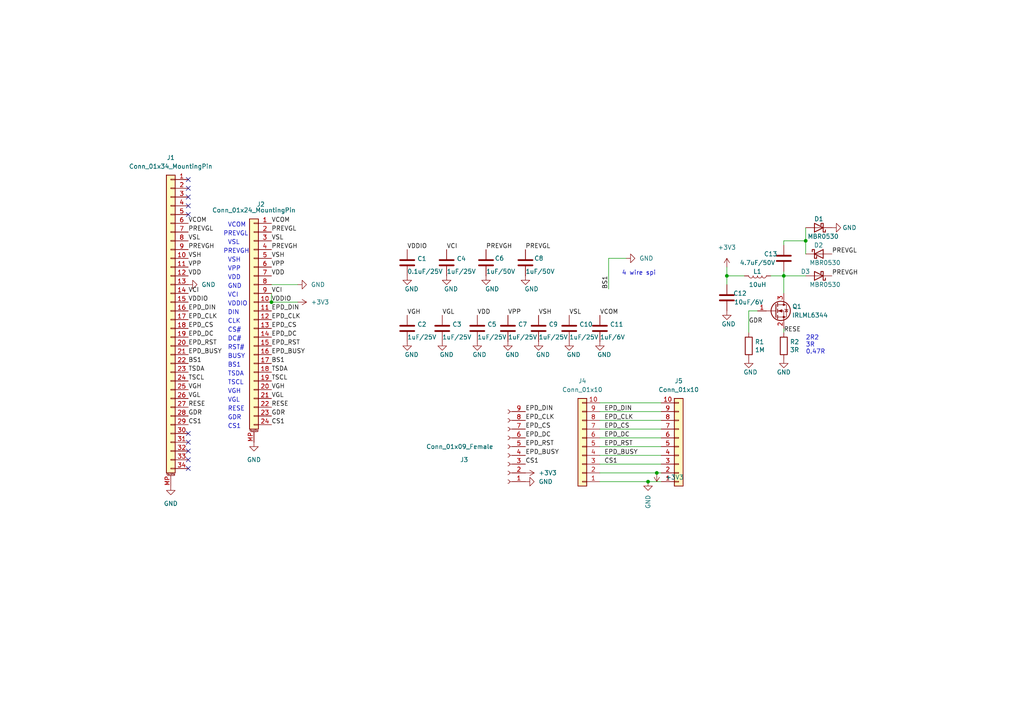
<source format=kicad_sch>
(kicad_sch (version 20211123) (generator eeschema)
  (paper "A4")
  (lib_symbols
    (symbol "Connector:Conn_01x09_Female" (pin_names (offset 1.016) hide)
      (property "Reference" "J" (at 0 12.7 0))
      (property "Value" "Conn_01x09_Female" (at 0 -12.7 0))
      (symbol "Conn_01x09_Female_1_1"
        (arc (start 0 -9.652) (mid -0.508 -10.16) (end 0 -10.668) (stroke (width 0.1524)))
        (arc (start 0 -7.112) (mid -0.508 -7.62) (end 0 -8.128) (stroke (width 0.1524)))
        (arc (start 0 -4.572) (mid -0.508 -5.08) (end 0 -5.588) (stroke (width 0.1524)))
        (arc (start 0 -2.032) (mid -0.508 -2.54) (end 0 -3.048) (stroke (width 0.1524)))
        (polyline (pts (xy -1.27 -10.16) (xy -0.508 -10.16)) (stroke (width 0.1524)))
        (polyline (pts (xy -1.27 -7.62) (xy -0.508 -7.62)) (stroke (width 0.1524)))
        (polyline (pts (xy -1.27 -5.08) (xy -0.508 -5.08)) (stroke (width 0.1524)))
        (polyline (pts (xy -1.27 -2.54) (xy -0.508 -2.54)) (stroke (width 0.1524)))
        (polyline (pts (xy -1.27 0) (xy -0.508 0)) (stroke (width 0.1524)))
        (polyline (pts (xy -1.27 2.54) (xy -0.508 2.54)) (stroke (width 0.1524)))
        (polyline (pts (xy -1.27 5.08) (xy -0.508 5.08)) (stroke (width 0.1524)))
        (polyline (pts (xy -1.27 7.62) (xy -0.508 7.62)) (stroke (width 0.1524)))
        (polyline (pts (xy -1.27 10.16) (xy -0.508 10.16)) (stroke (width 0.1524)))
        (arc (start 0 0.508) (mid -0.508 0) (end 0 -0.508) (stroke (width 0.1524)))
        (arc (start 0 3.048) (mid -0.508 2.54) (end 0 2.032) (stroke (width 0.1524)))
        (arc (start 0 5.588) (mid -0.508 5.08) (end 0 4.572) (stroke (width 0.1524)))
        (arc (start 0 8.128) (mid -0.508 7.62) (end 0 7.112) (stroke (width 0.1524)))
        (arc (start 0 10.668) (mid -0.508 10.16) (end 0 9.652) (stroke (width 0.1524)))
        (pin passive line (at -5.08 10.16 0) (length 3.81) (name "Pin_1") (number "1"))
        (pin passive line (at -5.08 7.62 0) (length 3.81) (name "Pin_2") (number "2"))
        (pin passive line (at -5.08 5.08 0) (length 3.81) (name "Pin_3") (number "3"))
        (pin passive line (at -5.08 2.54 0) (length 3.81) (name "Pin_4") (number "4"))
        (pin passive line (at -5.08 0 0) (length 3.81) (name "Pin_5") (number "5"))
        (pin passive line (at -5.08 -2.54 0) (length 3.81) (name "Pin_6") (number "6"))
        (pin passive line (at -5.08 -5.08 0) (length 3.81) (name "Pin_7") (number "7"))
        (pin passive line (at -5.08 -7.62 0) (length 3.81) (name "Pin_8") (number "8"))
        (pin passive line (at -5.08 -10.16 0) (length 3.81) (name "Pin_9") (number "9"))
      )
    )
    (symbol "Connector_Generic:Conn_01x10" (pin_names (offset 1.016) hide)
      (property "Reference" "J" (at 0 12.7 0))
      (property "Value" "Conn_01x10" (at 0 -15.24 0))
      (symbol "Conn_01x10_1_1"
        (rectangle (start -1.27 -12.573) (end 0 -12.827) (stroke (width 0.1524)))
        (rectangle (start -1.27 -10.033) (end 0 -10.287) (stroke (width 0.1524)))
        (rectangle (start -1.27 -7.493) (end 0 -7.747) (stroke (width 0.1524)))
        (rectangle (start -1.27 -4.953) (end 0 -5.207) (stroke (width 0.1524)))
        (rectangle (start -1.27 -2.413) (end 0 -2.667) (stroke (width 0.1524)))
        (rectangle (start -1.27 0.127) (end 0 -0.127) (stroke (width 0.1524)))
        (rectangle (start -1.27 2.667) (end 0 2.413) (stroke (width 0.1524)))
        (rectangle (start -1.27 5.207) (end 0 4.953) (stroke (width 0.1524)))
        (rectangle (start -1.27 7.747) (end 0 7.493) (stroke (width 0.1524)))
        (rectangle (start -1.27 10.287) (end 0 10.033) (stroke (width 0.1524)))
        (rectangle (start -1.27 11.43) (end 1.27 -13.97) (stroke (width 0.254)) (fill (type background)))
        (pin passive line (at -5.08 10.16 0) (length 3.81) (name "Pin_1") (number "1"))
        (pin passive line (at -5.08 -12.7 0) (length 3.81) (name "Pin_10") (number "10"))
        (pin passive line (at -5.08 7.62 0) (length 3.81) (name "Pin_2") (number "2"))
        (pin passive line (at -5.08 5.08 0) (length 3.81) (name "Pin_3") (number "3"))
        (pin passive line (at -5.08 2.54 0) (length 3.81) (name "Pin_4") (number "4"))
        (pin passive line (at -5.08 0 0) (length 3.81) (name "Pin_5") (number "5"))
        (pin passive line (at -5.08 -2.54 0) (length 3.81) (name "Pin_6") (number "6"))
        (pin passive line (at -5.08 -5.08 0) (length 3.81) (name "Pin_7") (number "7"))
        (pin passive line (at -5.08 -7.62 0) (length 3.81) (name "Pin_8") (number "8"))
        (pin passive line (at -5.08 -10.16 0) (length 3.81) (name "Pin_9") (number "9"))
      )
    )
    (symbol "Connector_Generic_MountingPin:Conn_01x24_MountingPin" (pin_names (offset 1.016) hide)
      (property "Reference" "J" (at 0 30.48 0))
      (property "Value" "Conn_01x24_MountingPin" (at 1.27 -33.02 0))
      (symbol "Conn_01x24_MountingPin_1_1"
        (rectangle (start -1.27 -30.353) (end 0 -30.607) (stroke (width 0.1524)))
        (rectangle (start -1.27 -27.813) (end 0 -28.067) (stroke (width 0.1524)))
        (rectangle (start -1.27 -25.273) (end 0 -25.527) (stroke (width 0.1524)))
        (rectangle (start -1.27 -22.733) (end 0 -22.987) (stroke (width 0.1524)))
        (rectangle (start -1.27 -20.193) (end 0 -20.447) (stroke (width 0.1524)))
        (rectangle (start -1.27 -17.653) (end 0 -17.907) (stroke (width 0.1524)))
        (rectangle (start -1.27 -15.113) (end 0 -15.367) (stroke (width 0.1524)))
        (rectangle (start -1.27 -12.573) (end 0 -12.827) (stroke (width 0.1524)))
        (rectangle (start -1.27 -10.033) (end 0 -10.287) (stroke (width 0.1524)))
        (rectangle (start -1.27 -7.493) (end 0 -7.747) (stroke (width 0.1524)))
        (rectangle (start -1.27 -4.953) (end 0 -5.207) (stroke (width 0.1524)))
        (rectangle (start -1.27 -2.413) (end 0 -2.667) (stroke (width 0.1524)))
        (rectangle (start -1.27 0.127) (end 0 -0.127) (stroke (width 0.1524)))
        (rectangle (start -1.27 2.667) (end 0 2.413) (stroke (width 0.1524)))
        (rectangle (start -1.27 5.207) (end 0 4.953) (stroke (width 0.1524)))
        (rectangle (start -1.27 7.747) (end 0 7.493) (stroke (width 0.1524)))
        (rectangle (start -1.27 10.287) (end 0 10.033) (stroke (width 0.1524)))
        (rectangle (start -1.27 12.827) (end 0 12.573) (stroke (width 0.1524)))
        (rectangle (start -1.27 15.367) (end 0 15.113) (stroke (width 0.1524)))
        (rectangle (start -1.27 17.907) (end 0 17.653) (stroke (width 0.1524)))
        (rectangle (start -1.27 20.447) (end 0 20.193) (stroke (width 0.1524)))
        (rectangle (start -1.27 22.987) (end 0 22.733) (stroke (width 0.1524)))
        (rectangle (start -1.27 25.527) (end 0 25.273) (stroke (width 0.1524)))
        (rectangle (start -1.27 28.067) (end 0 27.813) (stroke (width 0.1524)))
        (rectangle (start -1.27 29.21) (end 1.27 -31.75) (stroke (width 0.254)) (fill (type background)))
        (polyline (pts (xy -1.016 -32.512) (xy 1.016 -32.512)) (stroke (width 0.1524)))
        (text "Mounting" (at 0 -32.131 0) (effects (font (size 0.381 0.381))))
        (pin passive line (at -5.08 27.94 0) (length 3.81) (name "Pin_1") (number "1"))
        (pin passive line (at -5.08 5.08 0) (length 3.81) (name "Pin_10") (number "10"))
        (pin passive line (at -5.08 2.54 0) (length 3.81) (name "Pin_11") (number "11"))
        (pin passive line (at -5.08 0 0) (length 3.81) (name "Pin_12") (number "12"))
        (pin passive line (at -5.08 -2.54 0) (length 3.81) (name "Pin_13") (number "13"))
        (pin passive line (at -5.08 -5.08 0) (length 3.81) (name "Pin_14") (number "14"))
        (pin passive line (at -5.08 -7.62 0) (length 3.81) (name "Pin_15") (number "15"))
        (pin passive line (at -5.08 -10.16 0) (length 3.81) (name "Pin_16") (number "16"))
        (pin passive line (at -5.08 -12.7 0) (length 3.81) (name "Pin_17") (number "17"))
        (pin passive line (at -5.08 -15.24 0) (length 3.81) (name "Pin_18") (number "18"))
        (pin passive line (at -5.08 -17.78 0) (length 3.81) (name "Pin_19") (number "19"))
        (pin passive line (at -5.08 25.4 0) (length 3.81) (name "Pin_2") (number "2"))
        (pin passive line (at -5.08 -20.32 0) (length 3.81) (name "Pin_20") (number "20"))
        (pin passive line (at -5.08 -22.86 0) (length 3.81) (name "Pin_21") (number "21"))
        (pin passive line (at -5.08 -25.4 0) (length 3.81) (name "Pin_22") (number "22"))
        (pin passive line (at -5.08 -27.94 0) (length 3.81) (name "Pin_23") (number "23"))
        (pin passive line (at -5.08 -30.48 0) (length 3.81) (name "Pin_24") (number "24"))
        (pin passive line (at -5.08 22.86 0) (length 3.81) (name "Pin_3") (number "3"))
        (pin passive line (at -5.08 20.32 0) (length 3.81) (name "Pin_4") (number "4"))
        (pin passive line (at -5.08 17.78 0) (length 3.81) (name "Pin_5") (number "5"))
        (pin passive line (at -5.08 15.24 0) (length 3.81) (name "Pin_6") (number "6"))
        (pin passive line (at -5.08 12.7 0) (length 3.81) (name "Pin_7") (number "7"))
        (pin passive line (at -5.08 10.16 0) (length 3.81) (name "Pin_8") (number "8"))
        (pin passive line (at -5.08 7.62 0) (length 3.81) (name "Pin_9") (number "9"))
        (pin passive line (at 0 -35.56 90) (length 3.048) (name "MountPin") (number "MP"))
      )
    )
    (symbol "Connector_Generic_MountingPin:Conn_01x34_MountingPin" (pin_names (offset 1.016) hide)
      (property "Reference" "J" (at 0 43.18 0))
      (property "Value" "Conn_01x34_MountingPin" (at 1.27 -45.72 0))
      (symbol "Conn_01x34_MountingPin_1_1"
        (rectangle (start -1.27 -43.053) (end 0 -43.307) (stroke (width 0.1524)))
        (rectangle (start -1.27 -40.513) (end 0 -40.767) (stroke (width 0.1524)))
        (rectangle (start -1.27 -37.973) (end 0 -38.227) (stroke (width 0.1524)))
        (rectangle (start -1.27 -35.433) (end 0 -35.687) (stroke (width 0.1524)))
        (rectangle (start -1.27 -32.893) (end 0 -33.147) (stroke (width 0.1524)))
        (rectangle (start -1.27 -30.353) (end 0 -30.607) (stroke (width 0.1524)))
        (rectangle (start -1.27 -27.813) (end 0 -28.067) (stroke (width 0.1524)))
        (rectangle (start -1.27 -25.273) (end 0 -25.527) (stroke (width 0.1524)))
        (rectangle (start -1.27 -22.733) (end 0 -22.987) (stroke (width 0.1524)))
        (rectangle (start -1.27 -20.193) (end 0 -20.447) (stroke (width 0.1524)))
        (rectangle (start -1.27 -17.653) (end 0 -17.907) (stroke (width 0.1524)))
        (rectangle (start -1.27 -15.113) (end 0 -15.367) (stroke (width 0.1524)))
        (rectangle (start -1.27 -12.573) (end 0 -12.827) (stroke (width 0.1524)))
        (rectangle (start -1.27 -10.033) (end 0 -10.287) (stroke (width 0.1524)))
        (rectangle (start -1.27 -7.493) (end 0 -7.747) (stroke (width 0.1524)))
        (rectangle (start -1.27 -4.953) (end 0 -5.207) (stroke (width 0.1524)))
        (rectangle (start -1.27 -2.413) (end 0 -2.667) (stroke (width 0.1524)))
        (rectangle (start -1.27 0.127) (end 0 -0.127) (stroke (width 0.1524)))
        (rectangle (start -1.27 2.667) (end 0 2.413) (stroke (width 0.1524)))
        (rectangle (start -1.27 5.207) (end 0 4.953) (stroke (width 0.1524)))
        (rectangle (start -1.27 7.747) (end 0 7.493) (stroke (width 0.1524)))
        (rectangle (start -1.27 10.287) (end 0 10.033) (stroke (width 0.1524)))
        (rectangle (start -1.27 12.827) (end 0 12.573) (stroke (width 0.1524)))
        (rectangle (start -1.27 15.367) (end 0 15.113) (stroke (width 0.1524)))
        (rectangle (start -1.27 17.907) (end 0 17.653) (stroke (width 0.1524)))
        (rectangle (start -1.27 20.447) (end 0 20.193) (stroke (width 0.1524)))
        (rectangle (start -1.27 22.987) (end 0 22.733) (stroke (width 0.1524)))
        (rectangle (start -1.27 25.527) (end 0 25.273) (stroke (width 0.1524)))
        (rectangle (start -1.27 28.067) (end 0 27.813) (stroke (width 0.1524)))
        (rectangle (start -1.27 30.607) (end 0 30.353) (stroke (width 0.1524)))
        (rectangle (start -1.27 33.147) (end 0 32.893) (stroke (width 0.1524)))
        (rectangle (start -1.27 35.687) (end 0 35.433) (stroke (width 0.1524)))
        (rectangle (start -1.27 38.227) (end 0 37.973) (stroke (width 0.1524)))
        (rectangle (start -1.27 40.767) (end 0 40.513) (stroke (width 0.1524)))
        (rectangle (start -1.27 41.91) (end 1.27 -44.45) (stroke (width 0.254)) (fill (type background)))
        (polyline (pts (xy -1.016 -45.212) (xy 1.016 -45.212)) (stroke (width 0.1524)))
        (text "Mounting" (at 0 -44.831 0) (effects (font (size 0.381 0.381))))
        (pin passive line (at -5.08 40.64 0) (length 3.81) (name "Pin_1") (number "1"))
        (pin passive line (at -5.08 17.78 0) (length 3.81) (name "Pin_10") (number "10"))
        (pin passive line (at -5.08 15.24 0) (length 3.81) (name "Pin_11") (number "11"))
        (pin passive line (at -5.08 12.7 0) (length 3.81) (name "Pin_12") (number "12"))
        (pin passive line (at -5.08 10.16 0) (length 3.81) (name "Pin_13") (number "13"))
        (pin passive line (at -5.08 7.62 0) (length 3.81) (name "Pin_14") (number "14"))
        (pin passive line (at -5.08 5.08 0) (length 3.81) (name "Pin_15") (number "15"))
        (pin passive line (at -5.08 2.54 0) (length 3.81) (name "Pin_16") (number "16"))
        (pin passive line (at -5.08 0 0) (length 3.81) (name "Pin_17") (number "17"))
        (pin passive line (at -5.08 -2.54 0) (length 3.81) (name "Pin_18") (number "18"))
        (pin passive line (at -5.08 -5.08 0) (length 3.81) (name "Pin_19") (number "19"))
        (pin passive line (at -5.08 38.1 0) (length 3.81) (name "Pin_2") (number "2"))
        (pin passive line (at -5.08 -7.62 0) (length 3.81) (name "Pin_20") (number "20"))
        (pin passive line (at -5.08 -10.16 0) (length 3.81) (name "Pin_21") (number "21"))
        (pin passive line (at -5.08 -12.7 0) (length 3.81) (name "Pin_22") (number "22"))
        (pin passive line (at -5.08 -15.24 0) (length 3.81) (name "Pin_23") (number "23"))
        (pin passive line (at -5.08 -17.78 0) (length 3.81) (name "Pin_24") (number "24"))
        (pin passive line (at -5.08 -20.32 0) (length 3.81) (name "Pin_25") (number "25"))
        (pin passive line (at -5.08 -22.86 0) (length 3.81) (name "Pin_26") (number "26"))
        (pin passive line (at -5.08 -25.4 0) (length 3.81) (name "Pin_27") (number "27"))
        (pin passive line (at -5.08 -27.94 0) (length 3.81) (name "Pin_28") (number "28"))
        (pin passive line (at -5.08 -30.48 0) (length 3.81) (name "Pin_29") (number "29"))
        (pin passive line (at -5.08 35.56 0) (length 3.81) (name "Pin_3") (number "3"))
        (pin passive line (at -5.08 -33.02 0) (length 3.81) (name "Pin_30") (number "30"))
        (pin passive line (at -5.08 -35.56 0) (length 3.81) (name "Pin_31") (number "31"))
        (pin passive line (at -5.08 -38.1 0) (length 3.81) (name "Pin_32") (number "32"))
        (pin passive line (at -5.08 -40.64 0) (length 3.81) (name "Pin_33") (number "33"))
        (pin passive line (at -5.08 -43.18 0) (length 3.81) (name "Pin_34") (number "34"))
        (pin passive line (at -5.08 33.02 0) (length 3.81) (name "Pin_4") (number "4"))
        (pin passive line (at -5.08 30.48 0) (length 3.81) (name "Pin_5") (number "5"))
        (pin passive line (at -5.08 27.94 0) (length 3.81) (name "Pin_6") (number "6"))
        (pin passive line (at -5.08 25.4 0) (length 3.81) (name "Pin_7") (number "7"))
        (pin passive line (at -5.08 22.86 0) (length 3.81) (name "Pin_8") (number "8"))
        (pin passive line (at -5.08 20.32 0) (length 3.81) (name "Pin_9") (number "9"))
        (pin passive line (at 0 -48.26 90) (length 3.048) (name "MountPin") (number "MP"))
      )
    )
    (symbol "Device:C" (pin_numbers hide) (pin_names (offset 0.254))
      (property "Reference" "C" (at 0.635 2.54 0))
      (property "Value" "C" (at 0.635 -2.54 0))
      (symbol "C_0_1"
        (polyline (pts (xy -2.032 -0.762) (xy 2.032 -0.762)) (stroke (width 0.508)))
        (polyline (pts (xy -2.032 0.762) (xy 2.032 0.762)) (stroke (width 0.508)))
      )
      (symbol "C_1_1"
        (pin passive line (at 0 3.81 270) (length 2.794) (name "~") (number "1"))
        (pin passive line (at 0 -3.81 90) (length 2.794) (name "~") (number "2"))
      )
    )
    (symbol "Device:D_Schottky" (pin_numbers hide) (pin_names (offset 1.016) hide)
      (property "Reference" "D" (at 0 2.54 0))
      (property "Value" "D_Schottky" (at 0 -2.54 0))
      (symbol "D_Schottky_0_1"
        (polyline (pts (xy 1.27 0) (xy -1.27 0)))
        (polyline (pts (xy 1.27 1.27) (xy 1.27 -1.27) (xy -1.27 0) (xy 1.27 1.27)) (stroke (width 0.254)))
        (polyline (pts (xy -1.905 0.635) (xy -1.905 1.27) (xy -1.27 1.27) (xy -1.27 -1.27) (xy -0.635 -1.27) (xy -0.635 -0.635)) (stroke (width 0.254)))
      )
      (symbol "D_Schottky_1_1"
        (pin passive line (at -3.81 0 0) (length 2.54) (name "K") (number "1"))
        (pin passive line (at 3.81 0 180) (length 2.54) (name "A") (number "2"))
      )
    )
    (symbol "Device:L" (pin_numbers hide) (pin_names (offset 1.016) hide)
      (property "Reference" "L" (at -1.27 0 90))
      (property "Value" "L" (at 1.905 0 90))
      (symbol "L_0_1"
        (arc (start 0 -2.54) (mid 0.635 -1.905) (end 0 -1.27))
        (arc (start 0 -1.27) (mid 0.635 -0.635) (end 0 0))
        (arc (start 0 0) (mid 0.635 0.635) (end 0 1.27))
        (arc (start 0 1.27) (mid 0.635 1.905) (end 0 2.54))
      )
      (symbol "L_1_1"
        (pin passive line (at 0 3.81 270) (length 1.27) (name "1") (number "1"))
        (pin passive line (at 0 -3.81 90) (length 1.27) (name "2") (number "2"))
      )
    )
    (symbol "Device:Q_NMOS_GSD" (pin_names (offset 0) hide)
      (property "Reference" "Q" (at 5.08 1.27 0))
      (property "Value" "Q_NMOS_GSD" (at 5.08 -1.27 0))
      (symbol "Q_NMOS_GSD_0_1"
        (polyline (pts (xy 0.254 0) (xy -2.54 0)))
        (polyline (pts (xy 0.254 1.905) (xy 0.254 -1.905)) (stroke (width 0.254)))
        (polyline (pts (xy 0.762 -1.27) (xy 0.762 -2.286)) (stroke (width 0.254)))
        (polyline (pts (xy 0.762 0.508) (xy 0.762 -0.508)) (stroke (width 0.254)))
        (polyline (pts (xy 0.762 2.286) (xy 0.762 1.27)) (stroke (width 0.254)))
        (polyline (pts (xy 2.54 2.54) (xy 2.54 1.778)))
        (polyline (pts (xy 2.54 -2.54) (xy 2.54 0) (xy 0.762 0)))
        (polyline (pts (xy 0.762 -1.778) (xy 3.302 -1.778) (xy 3.302 1.778) (xy 0.762 1.778)))
        (polyline (pts (xy 1.016 0) (xy 2.032 0.381) (xy 2.032 -0.381) (xy 1.016 0)) (fill (type outline)))
        (polyline (pts (xy 2.794 0.508) (xy 2.921 0.381) (xy 3.683 0.381) (xy 3.81 0.254)))
        (polyline (pts (xy 3.302 0.381) (xy 2.921 -0.254) (xy 3.683 -0.254) (xy 3.302 0.381)))
        (circle (center 1.651 0) (radius 2.794) (stroke (width 0.254)))
        (circle (center 2.54 -1.778) (radius 0.254) (fill (type outline)))
        (circle (center 2.54 1.778) (radius 0.254) (fill (type outline)))
      )
      (symbol "Q_NMOS_GSD_1_1"
        (pin input line (at -5.08 0 0) (length 2.54) (name "G") (number "1"))
        (pin passive line (at 2.54 -5.08 90) (length 2.54) (name "S") (number "2"))
        (pin passive line (at 2.54 5.08 270) (length 2.54) (name "D") (number "3"))
      )
    )
    (symbol "Device:R" (pin_numbers hide) (pin_names (offset 0))
      (property "Reference" "R" (at 2.032 0 90))
      (property "Value" "R" (at 0 0 90))
      (symbol "R_0_1"
        (rectangle (start -1.016 -2.54) (end 1.016 2.54) (stroke (width 0.254)))
      )
      (symbol "R_1_1"
        (pin passive line (at 0 3.81 270) (length 1.27) (name "~") (number "1"))
        (pin passive line (at 0 -3.81 90) (length 1.27) (name "~") (number "2"))
      )
    )
    (symbol "power:+3V3" (power) (pin_names (offset 0))
      (property "Value" "+3V3" (at 0 3.556 0))
      (symbol "+3V3_0_1"
        (polyline (pts (xy -0.762 1.27) (xy 0 2.54)))
        (polyline (pts (xy 0 0) (xy 0 2.54)))
        (polyline (pts (xy 0 2.54) (xy 0.762 1.27)))
      )
      (symbol "+3V3_1_1"
        (pin power_in line (at 0 0 90) (length 0) hide (name "+3V3") (number "1"))
      )
    )
    (symbol "power:GND" (power) (pin_names (offset 0))
      (property "Value" "GND" (at 0 -3.81 0))
      (symbol "GND_0_1"
        (polyline (pts (xy 0 0) (xy 0 -1.27) (xy 1.27 -1.27) (xy 0 -2.54) (xy -1.27 -1.27) (xy 0 -1.27)))
      )
      (symbol "GND_1_1"
        (pin power_in line (at 0 0 270) (length 0) hide (name "GND") (number "1"))
      )
    )
  )
  (junction (at 78.74 87.63))
  (junction (at 227.33 80.01))
  (junction (at 233.68 69.85))
  (junction (at 190.5 137.16))
  (junction (at 187.96 139.7))
  (junction (at 210.82 80.01))
  (no_connect (at 54.61 62.23))
  (no_connect (at 54.61 52.07))
  (no_connect (at 54.61 54.61))
  (no_connect (at 54.61 57.15))
  (no_connect (at 54.61 59.69))
  (no_connect (at 54.61 135.89))
  (no_connect (at 54.61 125.73))
  (no_connect (at 54.61 128.27))
  (no_connect (at 54.61 130.81))
  (no_connect (at 54.61 133.35))
  (wire (pts (xy 187.96 139.7) (xy 191.77 139.7)))
  (wire (pts (xy 173.99 132.08) (xy 191.77 132.08)))
  (wire (pts (xy 210.82 80.01) (xy 215.9 80.01)))
  (wire (pts (xy 233.68 69.85) (xy 227.33 69.85)))
  (wire (pts (xy 78.74 85.09) (xy 78.74 87.63)))
  (wire (pts (xy 176.53 74.93) (xy 181.61 74.93)))
  (wire (pts (xy 173.99 129.54) (xy 191.77 129.54)))
  (wire (pts (xy 227.33 80.01) (xy 233.68 80.01)))
  (wire (pts (xy 223.52 80.01) (xy 227.33 80.01)))
  (wire (pts (xy 219.71 90.17) (xy 217.17 90.17)))
  (wire (pts (xy 190.5 137.16) (xy 191.77 137.16)))
  (wire (pts (xy 210.82 80.01) (xy 210.82 82.55)))
  (wire (pts (xy 173.99 121.92) (xy 191.77 121.92)))
  (wire (pts (xy 173.99 116.84) (xy 191.77 116.84)))
  (wire (pts (xy 173.99 124.46) (xy 191.77 124.46)))
  (wire (pts (xy 176.53 74.93) (xy 176.53 83.82)))
  (wire (pts (xy 210.82 77.47) (xy 210.82 80.01)))
  (wire (pts (xy 173.99 127) (xy 191.77 127)))
  (wire (pts (xy 233.68 73.66) (xy 233.68 69.85)))
  (wire (pts (xy 227.33 80.01) (xy 227.33 85.09)))
  (wire (pts (xy 227.33 69.85) (xy 227.33 71.12)))
  (wire (pts (xy 173.99 134.62) (xy 191.77 134.62)))
  (wire (pts (xy 227.33 80.01) (xy 227.33 78.74)))
  (wire (pts (xy 173.99 119.38) (xy 191.77 119.38)))
  (wire (pts (xy 86.36 82.55) (xy 78.74 82.55)))
  (wire (pts (xy 233.68 69.85) (xy 233.68 66.04)))
  (wire (pts (xy 86.36 87.63) (xy 78.74 87.63)))
  (wire (pts (xy 173.99 137.16) (xy 190.5 137.16)))
  (wire (pts (xy 227.33 96.52) (xy 227.33 95.25)))
  (wire (pts (xy 173.99 139.7) (xy 187.96 139.7)))
  (wire (pts (xy 217.17 90.17) (xy 217.17 96.52)))
  (text "CS1" (at 66.04 124.46 0) (effects (font (size 1.27 1.27)) (justify left bottom)))
  (text "RST#" (at 66.04 101.6 0) (effects (font (size 1.27 1.27)) (justify left bottom)))
  (text "VDD" (at 66.04 81.28 0) (effects (font (size 1.27 1.27)) (justify left bottom)))
  (text "VPP" (at 66.04 78.74 0) (effects (font (size 1.27 1.27)) (justify left bottom)))
  (text "PREVGL" (at 64.77 68.58 0) (effects (font (size 1.27 1.27)) (justify left bottom)))
  (text "DC#" (at 66.04 99.06 0) (effects (font (size 1.27 1.27)) (justify left bottom)))
  (text "VGL" (at 66.04 116.84 0) (effects (font (size 1.27 1.27)) (justify left bottom)))
  (text "VDDIO" (at 66.04 88.9 0) (effects (font (size 1.27 1.27)) (justify left bottom)))
  (text "PREVGH" (at 64.77 73.66 0) (effects (font (size 1.27 1.27)) (justify left bottom)))
  (text "TSCL" (at 66.04 111.76 0) (effects (font (size 1.27 1.27)) (justify left bottom)))
  (text "DIN" (at 66.04 91.44 0) (effects (font (size 1.27 1.27)) (justify left bottom)))
  (text "VSL" (at 66.04 71.12 0) (effects (font (size 1.27 1.27)) (justify left bottom)))
  (text "VCI" (at 66.04 86.36 0) (effects (font (size 1.27 1.27)) (justify left bottom)))
  (text "VSH" (at 66.04 76.2 0) (effects (font (size 1.27 1.27)) (justify left bottom)))
  (text "VGH" (at 66.04 114.3 0) (effects (font (size 1.27 1.27)) (justify left bottom)))
  (text "CLK" (at 66.04 93.98 0) (effects (font (size 1.27 1.27)) (justify left bottom)))
  (text "4 wire spi" (at 180.34 80.01 0) (effects (font (size 1.27 1.27)) (justify left bottom)))
  (text "BS1" (at 66.04 106.68 0) (effects (font (size 1.27 1.27)) (justify left bottom)))
  (text "TSDA" (at 66.04 109.22 0) (effects (font (size 1.27 1.27)) (justify left bottom)))
  (text "2R2\n3R\n0.47R" (at 233.68 102.87 0) (effects (font (size 1.27 1.27)) (justify left bottom)))
  (text "RESE" (at 66.04 119.38 0) (effects (font (size 1.27 1.27)) (justify left bottom)))
  (text "GND" (at 66.04 83.82 0) (effects (font (size 1.27 1.27)) (justify left bottom)))
  (text "BUSY" (at 66.04 104.14 0) (effects (font (size 1.27 1.27)) (justify left bottom)))
  (text "GDR" (at 66.04 121.92 0) (effects (font (size 1.27 1.27)) (justify left bottom)))
  (text "CS#" (at 66.04 96.52 0) (effects (font (size 1.27 1.27)) (justify left bottom)))
  (text "VCOM" (at 66.04 66.04 0) (effects (font (size 1.27 1.27)) (justify left bottom)))
  (label "EPD_RST" (at 78.74 100.33 0))
  (label "VSL" (at 54.61 69.85 0))
  (label "EPD_CLK" (at 54.61 92.71 0))
  (label "EPD_CLK" (at 175.26 121.92 0))
  (label "RESE" (at 78.74 118.11 0))
  (label "VDDIO" (at 118.11 72.39 0))
  (label "VGH" (at 54.61 113.03 0))
  (label "PREVGL" (at 152.4 72.39 0))
  (label "EPD_CS" (at 152.4 124.46 0))
  (label "EPD_CS" (at 175.26 124.46 0))
  (label "VCOM" (at 54.61 64.77 0))
  (label "TSDA" (at 78.74 107.95 0))
  (label "EPD_DC" (at 152.4 127 0))
  (label "EPD_CLK" (at 78.74 92.71 0))
  (label "VPP" (at 147.32 91.44 0))
  (label "PREVGH" (at 140.97 72.39 0))
  (label "VCOM" (at 173.99 91.44 0))
  (label "VGL" (at 78.74 115.57 0))
  (label "VDD" (at 138.43 91.44 0))
  (label "EPD_CLK" (at 152.4 121.92 0))
  (label "VGH" (at 78.74 113.03 0))
  (label "EPD_DC" (at 175.26 127 0))
  (label "EPD_BUSY" (at 152.4 132.08 0))
  (label "EPD_RST" (at 152.4 129.54 0))
  (label "RESE" (at 227.33 96.52 0))
  (label "EPD_DIN" (at 152.4 119.38 0))
  (label "VSL" (at 78.74 69.85 0))
  (label "VCOM" (at 78.74 64.77 0))
  (label "VSH" (at 54.61 74.93 0))
  (label "PREVGL" (at 241.3 73.66 0))
  (label "GDR" (at 217.17 93.98 0))
  (label "EPD_CS" (at 78.74 95.25 0))
  (label "VCI" (at 129.54 72.39 0))
  (label "VGH" (at 118.11 91.44 0))
  (label "EPD_RST" (at 54.61 100.33 0))
  (label "VGL" (at 54.61 115.57 0))
  (label "BS1" (at 54.61 105.41 0))
  (label "VSH" (at 156.21 91.44 0))
  (label "PREVGH" (at 78.74 72.39 0))
  (label "VCI" (at 54.61 85.09 0))
  (label "EPD_DC" (at 54.61 97.79 0))
  (label "VDDIO" (at 54.61 87.63 0))
  (label "EPD_RST" (at 175.26 129.54 0))
  (label "VSH" (at 78.74 74.93 0))
  (label "CS1" (at 152.4 134.62 0))
  (label "EPD_DIN" (at 54.61 90.17 0))
  (label "EPD_BUSY" (at 54.61 102.87 0))
  (label "PREVGH" (at 241.3 80.01 0))
  (label "BS1" (at 78.74 105.41 0))
  (label "TSCL" (at 54.61 110.49 0))
  (label "EPD_BUSY" (at 78.74 102.87 0))
  (label "CS1" (at 54.61 123.19 0))
  (label "TSCL" (at 78.74 110.49 0))
  (label "VSL" (at 165.1 91.44 0))
  (label "VDDIO" (at 78.74 87.63 0))
  (label "VPP" (at 78.74 77.47 0))
  (label "EPD_CS" (at 54.61 95.25 0))
  (label "CS1" (at 175.26 134.62 0))
  (label "PREVGH" (at 54.61 72.39 0))
  (label "VGL" (at 128.27 91.44 0))
  (label "EPD_DIN" (at 78.74 90.17 0))
  (label "EPD_BUSY" (at 175.26 132.08 0))
  (label "GDR" (at 54.61 120.65 0))
  (label "BS1" (at 176.53 83.82 90))
  (label "GDR" (at 78.74 120.65 0))
  (label "RESE" (at 54.61 118.11 0))
  (label "CS1" (at 78.74 123.19 0))
  (label "EPD_DIN" (at 175.26 119.38 0))
  (label "VDD" (at 78.74 80.01 0))
  (label "TSDA" (at 54.61 107.95 0))
  (label "VPP" (at 54.61 77.47 0))
  (label "PREVGL" (at 54.61 67.31 0))
  (label "VCI" (at 78.74 85.09 0))
  (label "VDD" (at 54.61 80.01 0))
  (label "PREVGL" (at 78.74 67.31 0))
  (label "EPD_DC" (at 78.74 97.79 0))
  (symbol (lib_id "power:GND") (at 152.4 80.01 0) (unit 1)
    (property "Reference" "#PWR013" (effects hide))
    (property "Value" "GND" (at 156.21 83.82 0) (effects (justify right)))
  )
  (symbol (lib_id "power:GND") (at 54.61 82.55 90) (unit 1)
    (property "Reference" "#PWR02" (effects hide))
    (property "Value" "GND" (at 58.42 82.55 90) (effects (justify right)))
  )
  (symbol (lib_id "power:GND") (at 118.11 80.01 0) (unit 1)
    (property "Reference" "#PWR06" (effects hide))
    (property "Value" "GND" (at 119.38 83.82 0))
  )
  (symbol (lib_id "Connector:Conn_01x09_Female") (at 147.32 129.54 180) (unit 1)
    (property "Reference" "J3" (at 134.62 133.35 0))
    (property "Value" "Conn_01x09_Female" (at 133.35 129.54 0))
    (property "Footprint" "Connector_PinHeader_1.27mm:PinHeader_1x09_P1.27mm_Vertical" (effects hide))
  )
  (symbol (lib_id "power:GND") (at 138.43 99.06 0) (unit 1)
    (property "Reference" "#PWR010" (effects hide))
    (property "Value" "GND" (at 139.065 102.87 0))
  )
  (symbol (lib_id "power:GND") (at 73.66 128.27 0) (unit 1)
    (property "Reference" "#PWR03" (effects hide))
    (property "Value" "GND" (at 73.66 133.35 0))
  )
  (symbol (lib_id "Device:Q_NMOS_GSD") (at 224.79 90.17 0) (unit 1)
    (property "Reference" "Q1" (at 231.14 88.9 0))
    (property "Value" "IRLML6344" (at 234.95 91.44 0))
    (property "Footprint" "Package_TO_SOT_SMD:SOT-23" (effects hide))
  )
  (symbol (lib_id "power:GND") (at 187.96 139.7 0) (unit 1)
    (property "Reference" "#PWR0101" (effects hide))
    (property "Value" "GND" (at 187.96 143.51 90) (effects (justify right)))
  )
  (symbol (lib_id "power:GND") (at 165.1 99.06 0) (unit 1)
    (property "Reference" "#PWR017" (effects hide))
    (property "Value" "GND" (at 166.37 102.87 0))
  )
  (symbol (lib_id "Device:C") (at 227.33 74.93 180) (unit 1)
    (property "Reference" "C13" (at 223.52 73.66 0))
    (property "Value" "4.7uF/50V" (at 219.71 76.2 0))
    (property "Footprint" "Capacitor_SMD:C_0805_2012Metric" (effects hide))
  )
  (symbol (lib_id "Device:C") (at 147.32 95.25 0) (unit 1) (on_board no)
    (property "Reference" "C7" (at 150.241 94.0816 0) (effects (justify left)))
    (property "Value" "1uF/25V" (at 147.32 97.79 0) (effects (justify left)))
    (property "Footprint" "Capacitor_SMD:C_0603_1608Metric" (effects hide))
  )
  (symbol (lib_id "Device:L") (at 219.71 80.01 270) (unit 1)
    (property "Reference" "L1" (at 218.44 78.74 90) (effects (justify left)))
    (property "Value" "10uH" (at 217.17 82.55 90) (effects (justify left)))
    (property "Footprint" "Inductor_SMD:L_Coilcraft_XxL4020" (effects hide))
  )
  (symbol (lib_id "Connector_Generic:Conn_01x10") (at 168.91 129.54 180) (unit 1)
    (property "Reference" "J4" (at 168.91 110.49 0))
    (property "Value" "Conn_01x10" (at 168.91 113.03 0))
    (property "Footprint" "Connector_PinHeader_1.27mm:PinHeader_1x10_P1.27mm_Vertical" (effects hide))
  )
  (symbol (lib_id "power:GND") (at 49.53 140.97 0) (unit 1)
    (property "Reference" "#PWR01" (effects hide))
    (property "Value" "GND" (at 49.53 146.05 0))
  )
  (symbol (lib_id "Device:D_Schottky") (at 237.49 73.66 0) (unit 1)
    (property "Reference" "D2" (at 238.76 71.12 0) (effects (justify right)))
    (property "Value" "MBR0530" (at 243.84 76.2 0) (effects (justify right)))
    (property "Footprint" "Diode_SMD:D_SOD-123" (effects hide))
  )
  (symbol (lib_id "power:+3V3") (at 210.82 77.47 0) (unit 1)
    (property "Reference" "#PWR021" (effects hide))
    (property "Value" "+3V3" (at 210.82 71.755 0))
  )
  (symbol (lib_id "Device:C") (at 118.11 95.25 0) (unit 1)
    (property "Reference" "C2" (at 121.031 94.0816 0) (effects (justify left)))
    (property "Value" "1uF/25V" (at 118.11 97.79 0) (effects (justify left)))
    (property "Footprint" "Capacitor_SMD:C_0603_1608Metric" (effects hide))
  )
  (symbol (lib_id "Device:D_Schottky") (at 237.49 66.04 180) (unit 1)
    (property "Reference" "D1" (at 237.49 63.5 0))
    (property "Value" "MBR0530" (at 238.76 68.58 0))
    (property "Footprint" "Diode_SMD:D_SOD-123" (effects hide))
  )
  (symbol (lib_id "Device:C") (at 129.54 76.2 0) (unit 1)
    (property "Reference" "C4" (at 132.461 75.0316 0) (effects (justify left)))
    (property "Value" "1uF/25V" (at 129.54 78.74 0) (effects (justify left)))
    (property "Footprint" "Capacitor_SMD:C_0603_1608Metric" (effects hide))
  )
  (symbol (lib_id "Device:C") (at 118.11 76.2 0) (unit 1)
    (property "Reference" "C1" (at 121.031 75.0316 0) (effects (justify left)))
    (property "Value" "0.1uF/25V" (at 118.11 78.74 0) (effects (justify left)))
    (property "Footprint" "Capacitor_SMD:C_0603_1608Metric" (effects hide))
  )
  (symbol (lib_id "Device:C") (at 128.27 95.25 0) (unit 1)
    (property "Reference" "C3" (at 131.191 94.0816 0) (effects (justify left)))
    (property "Value" "1uF/25V" (at 128.27 97.79 0) (effects (justify left)))
    (property "Footprint" "Capacitor_SMD:C_0603_1608Metric" (effects hide))
  )
  (symbol (lib_id "power:GND") (at 181.61 74.93 90) (unit 1)
    (property "Reference" "#PWR020" (effects hide))
    (property "Value" "GND" (at 185.42 74.93 90) (effects (justify right)))
  )
  (symbol (lib_id "Device:R") (at 227.33 100.33 0) (unit 1)
    (property "Reference" "R2" (at 229.108 99.1616 0) (effects (justify left)))
    (property "Value" "3R" (at 229.108 101.473 0) (effects (justify left)))
    (property "Footprint" "Resistor_SMD:R_0603_1608Metric" (effects hide))
  )
  (symbol (lib_id "Device:C") (at 165.1 95.25 0) (unit 1)
    (property "Reference" "C10" (at 168.021 94.0816 0) (effects (justify left)))
    (property "Value" "1uF/25V" (at 165.1 97.79 0) (effects (justify left)))
    (property "Footprint" "Capacitor_SMD:C_0603_1608Metric" (effects hide))
  )
  (symbol (lib_id "power:+3V3") (at 152.4 137.16 270) (unit 1)
    (property "Reference" "#PWR014" (effects hide))
    (property "Value" "+3V3" (at 156.21 137.1599 90) (effects (justify left)))
  )
  (symbol (lib_id "power:GND") (at 210.82 90.17 0) (unit 1)
    (property "Reference" "#PWR022" (effects hide))
    (property "Value" "GND" (at 213.36 93.98 0) (effects (justify right)))
  )
  (symbol (lib_id "power:GND") (at 227.33 104.14 0) (unit 1)
    (property "Reference" "#PWR024" (effects hide))
    (property "Value" "GND" (at 227.33 107.95 0))
  )
  (symbol (lib_id "Device:D_Schottky") (at 237.49 80.01 180) (unit 1)
    (property "Reference" "D3" (at 234.95 78.74 0) (effects (justify left)))
    (property "Value" "MBR0530" (at 243.84 82.55 0) (effects (justify left)))
    (property "Footprint" "Diode_SMD:D_SOD-123" (effects hide))
  )
  (symbol (lib_id "power:+3V3") (at 190.5 137.16 180) (unit 1)
    (property "Reference" "#PWR0102" (effects hide))
    (property "Value" "+3V3" (at 193.04 138.4299 0) (effects (justify right)))
  )
  (symbol (lib_id "power:GND") (at 156.21 99.06 0) (unit 1)
    (property "Reference" "#PWR016" (effects hide))
    (property "Value" "GND" (at 157.48 102.87 0))
  )
  (symbol (lib_id "Device:C") (at 156.21 95.25 0) (unit 1)
    (property "Reference" "C9" (at 159.131 94.0816 0) (effects (justify left)))
    (property "Value" "1uF/25V" (at 156.21 97.79 0) (effects (justify left)))
    (property "Footprint" "Capacitor_SMD:C_0603_1608Metric" (effects hide))
  )
  (symbol (lib_id "Device:C") (at 152.4 76.2 0) (unit 1)
    (property "Reference" "C8" (at 154.94 74.93 0) (effects (justify left)))
    (property "Value" "1uF/50V" (at 152.4 78.74 0) (effects (justify left)))
    (property "Footprint" "Capacitor_SMD:C_0603_1608Metric" (effects hide))
  )
  (symbol (lib_id "Connector_Generic_MountingPin:Conn_01x24_MountingPin") (at 73.66 92.71 0) (mirror y) (unit 1)
    (property "Reference" "J2" (at 75.6412 59.2582 0))
    (property "Value" "Conn_01x24_MountingPin" (at 73.66 60.96 0))
    (property "Footprint" "Connector_FFC-FPC:TE_2-1734839-4_1x24-1MP_P0.5mm_Horizontal" (effects hide))
  )
  (symbol (lib_id "power:GND") (at 241.3 66.04 90) (unit 1)
    (property "Reference" "#PWR025" (effects hide))
    (property "Value" "GND" (at 246.38 66.04 90))
  )
  (symbol (lib_id "power:GND") (at 173.99 99.06 0) (unit 1)
    (property "Reference" "#PWR019" (effects hide))
    (property "Value" "GND" (at 175.26 102.87 0))
  )
  (symbol (lib_id "power:+3V3") (at 86.36 87.63 270) (unit 1)
    (property "Reference" "#PWR05" (effects hide))
    (property "Value" "+3V3" (at 90.17 87.6299 90) (effects (justify left)))
  )
  (symbol (lib_id "power:GND") (at 129.54 80.01 0) (unit 1)
    (property "Reference" "#PWR09" (effects hide))
    (property "Value" "GND" (at 130.81 83.82 0))
  )
  (symbol (lib_id "power:GND") (at 128.27 99.06 0) (unit 1)
    (property "Reference" "#PWR08" (effects hide))
    (property "Value" "GND" (at 129.54 102.87 0))
  )
  (symbol (lib_id "power:GND") (at 86.36 82.55 90) (unit 1)
    (property "Reference" "#PWR04" (effects hide))
    (property "Value" "GND" (at 90.17 82.55 90) (effects (justify right)))
  )
  (symbol (lib_id "power:GND") (at 140.97 80.01 0) (unit 1)
    (property "Reference" "#PWR011" (effects hide))
    (property "Value" "GND" (at 144.78 83.82 0) (effects (justify right)))
  )
  (symbol (lib_id "power:GND") (at 147.32 99.06 0) (unit 1)
    (property "Reference" "#PWR012" (effects hide))
    (property "Value" "GND" (at 148.59 102.87 0))
  )
  (symbol (lib_id "Device:C") (at 140.97 76.2 0) (unit 1)
    (property "Reference" "C6" (at 143.51 74.93 0) (effects (justify left)))
    (property "Value" "1uF/50V" (at 140.97 78.74 0) (effects (justify left)))
    (property "Footprint" "Capacitor_SMD:C_0603_1608Metric" (effects hide))
  )
  (symbol (lib_id "Device:C") (at 138.43 95.25 0) (unit 1)
    (property "Reference" "C5" (at 141.351 94.0816 0) (effects (justify left)))
    (property "Value" "1uF/25V" (at 138.43 97.79 0) (effects (justify left)))
    (property "Footprint" "Capacitor_SMD:C_0603_1608Metric" (effects hide))
  )
  (symbol (lib_id "power:GND") (at 152.4 139.7 90) (unit 1)
    (property "Reference" "#PWR015" (effects hide))
    (property "Value" "GND" (at 156.21 139.7 90) (effects (justify right)))
  )
  (symbol (lib_id "power:GND") (at 217.17 104.14 0) (unit 1)
    (property "Reference" "#PWR023" (effects hide))
    (property "Value" "GND" (at 219.71 107.95 0) (effects (justify right)))
  )
  (symbol (lib_id "power:GND") (at 118.11 99.06 0) (unit 1)
    (property "Reference" "#PWR07" (effects hide))
    (property "Value" "GND" (at 119.38 102.87 0))
  )
  (symbol (lib_id "Connector_Generic_MountingPin:Conn_01x34_MountingPin") (at 49.53 92.71 0) (mirror y) (unit 1)
    (property "Reference" "J1" (at 49.53 45.72 0))
    (property "Value" "Conn_01x34_MountingPin" (at 49.53 48.26 0))
    (property "Footprint" "Connector_FFC-FPC:TE_3-1734839-4_1x34-1MP_P0.5mm_Horizontal" (effects hide))
  )
  (symbol (lib_id "Device:R") (at 217.17 100.33 0) (unit 1)
    (property "Reference" "R1" (at 218.948 99.1616 0) (effects (justify left)))
    (property "Value" "1M" (at 218.948 101.473 0) (effects (justify left)))
    (property "Footprint" "Resistor_SMD:R_0603_1608Metric" (effects hide))
  )
  (symbol (lib_id "Device:C") (at 210.82 86.36 180) (unit 1)
    (property "Reference" "C12" (at 214.63 85.09 0))
    (property "Value" "10uF/6V" (at 217.17 87.63 0))
    (property "Footprint" "Capacitor_SMD:C_0805_2012Metric" (effects hide))
  )
  (symbol (lib_id "Connector_Generic:Conn_01x10") (at 196.85 129.54 0) (mirror x) (unit 1)
    (property "Reference" "J5" (at 196.85 110.49 0))
    (property "Value" "Conn_01x10" (at 196.85 113.03 0))
    (property "Footprint" "Connector_PinHeader_2.54mm:PinHeader_1x10_P2.54mm_Vertical" (effects hide))
  )
  (symbol (lib_id "Device:C") (at 173.99 95.25 0) (unit 1)
    (property "Reference" "C11" (at 176.911 94.0816 0) (effects (justify left)))
    (property "Value" "1uF/6V" (at 173.99 97.79 0) (effects (justify left)))
    (property "Footprint" "Capacitor_SMD:C_0603_1608Metric" (effects hide))
  )
)
</source>
